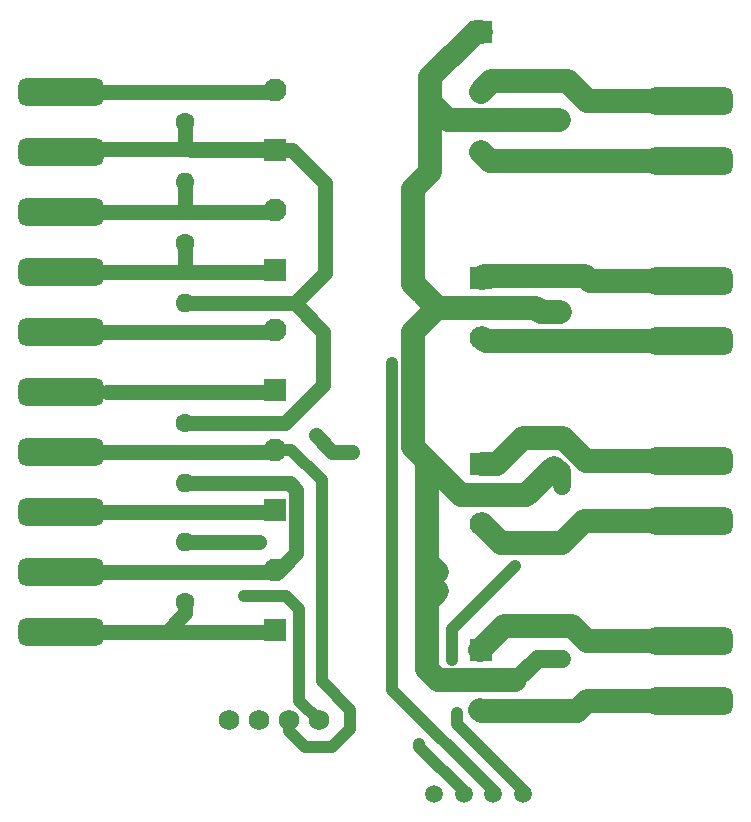
<source format=gbr>
%TF.GenerationSoftware,KiCad,Pcbnew,7.0.10*%
%TF.CreationDate,2024-07-21T07:40:16-04:00*%
%TF.ProjectId,12.1.1 - PLC Connector.kicad_pcb_appended,31322e31-2e31-4202-9d20-504c4320436f,rev?*%
%TF.SameCoordinates,Original*%
%TF.FileFunction,Copper,L2,Bot*%
%TF.FilePolarity,Positive*%
%FSLAX46Y46*%
G04 Gerber Fmt 4.6, Leading zero omitted, Abs format (unit mm)*
G04 Created by KiCad (PCBNEW 7.0.10) date 2024-07-21 07:40:16*
%MOMM*%
%LPD*%
G01*
G04 APERTURE LIST*
G04 Aperture macros list*
%AMRoundRect*
0 Rectangle with rounded corners*
0 $1 Rounding radius*
0 $2 $3 $4 $5 $6 $7 $8 $9 X,Y pos of 4 corners*
0 Add a 4 corners polygon primitive as box body*
4,1,4,$2,$3,$4,$5,$6,$7,$8,$9,$2,$3,0*
0 Add four circle primitives for the rounded corners*
1,1,$1+$1,$2,$3*
1,1,$1+$1,$4,$5*
1,1,$1+$1,$6,$7*
1,1,$1+$1,$8,$9*
0 Add four rect primitives between the rounded corners*
20,1,$1+$1,$2,$3,$4,$5,0*
20,1,$1+$1,$4,$5,$6,$7,0*
20,1,$1+$1,$6,$7,$8,$9,0*
20,1,$1+$1,$8,$9,$2,$3,0*%
G04 Aperture macros list end*
%TA.AperFunction,SMDPad,CuDef*%
%ADD10RoundRect,0.572500X-3.045750X-0.572500X3.045750X-0.572500X3.045750X0.572500X-3.045750X0.572500X0*%
%TD*%
%TA.AperFunction,ComponentPad*%
%ADD11R,1.950000X1.950000*%
%TD*%
%TA.AperFunction,ComponentPad*%
%ADD12C,1.950000*%
%TD*%
%TA.AperFunction,ComponentPad*%
%ADD13C,1.600000*%
%TD*%
%TA.AperFunction,ComponentPad*%
%ADD14O,1.600000X1.600000*%
%TD*%
%TA.AperFunction,ComponentPad*%
%ADD15C,1.752600*%
%TD*%
%TA.AperFunction,SMDPad,CuDef*%
%ADD16RoundRect,0.572500X3.045750X0.572500X-3.045750X0.572500X-3.045750X-0.572500X3.045750X-0.572500X0*%
%TD*%
%TA.AperFunction,ComponentPad*%
%ADD17C,1.498600*%
%TD*%
%TA.AperFunction,ViaPad*%
%ADD18C,0.800000*%
%TD*%
%TA.AperFunction,Conductor*%
%ADD19C,1.270000*%
%TD*%
%TA.AperFunction,Conductor*%
%ADD20C,1.016000*%
%TD*%
%TA.AperFunction,Conductor*%
%ADD21C,2.000000*%
%TD*%
%TA.AperFunction,Conductor*%
%ADD22C,1.500000*%
%TD*%
%TA.AperFunction,Conductor*%
%ADD23C,1.999996*%
%TD*%
G04 APERTURE END LIST*
D10*
%TO.P,J108,1,Pin_1*%
%TO.N,Net-(J108-Pin_1)*%
X135135726Y-97805761D03*
%TD*%
D11*
%TO.P,J124,1,1*%
%TO.N,Net-(J106-Pin_1)*%
X153289000Y-107823000D03*
D12*
%TO.P,J124,2,2*%
%TO.N,Net-(J107-Pin_1)*%
X153289000Y-102743000D03*
%TD*%
D10*
%TO.P,J112,1,Pin_1*%
%TO.N,Net-(J104-Pin_1)*%
X135144119Y-118119473D03*
%TD*%
%TO.P,J105,1,Pin_1*%
%TO.N,Net-(J105-Pin_1)*%
X135135726Y-113041084D03*
%TD*%
%TO.P,J102,1,Pin_1*%
%TO.N,Net-(J102-Pin_1)*%
X135135726Y-128276415D03*
%TD*%
%TO.P,J101,1,Pin_1*%
%TO.N,M*%
X135157097Y-87647303D03*
%TD*%
%TO.P,J109,1,Pin_1*%
%TO.N,Net-(J109-Pin_1)*%
X135135726Y-92727320D03*
%TD*%
D13*
%TO.P,R104,1*%
%TO.N,M*%
X145669000Y-85140000D03*
D14*
%TO.P,R104,2*%
%TO.N,Net-(J109-Pin_1)*%
X145669000Y-90220000D03*
%TD*%
D11*
%TO.P,J122,1,1*%
%TO.N,Net-(J104-Pin_1)*%
X153289000Y-117983000D03*
D12*
%TO.P,J122,2,2*%
%TO.N,Net-(J105-Pin_1)*%
X153289000Y-112903000D03*
%TD*%
D10*
%TO.P,J103,1,Pin_1*%
%TO.N,Net-(J103-Pin_1)*%
X135135726Y-123197966D03*
%TD*%
D13*
%TO.P,R101,1*%
%TO.N,Net-(J102-Pin_1)*%
X145669000Y-125730000D03*
D14*
%TO.P,R101,2*%
%TO.N,M*%
X145669000Y-120650000D03*
%TD*%
D15*
%TO.P,J126,1,1*%
%TO.N,Net-(J107-Pin_1)*%
X149352000Y-135763000D03*
%TO.P,J126,2,2*%
%TO.N,Net-(J106-Pin_1)*%
X151892000Y-135763000D03*
%TO.P,J126,3,3*%
%TO.N,Net-(J105-Pin_1)*%
X154432000Y-135763000D03*
%TO.P,J126,4,4*%
%TO.N,Net-(J104-Pin_1)*%
X156972000Y-135763000D03*
%TD*%
D13*
%TO.P,R102,1*%
%TO.N,M*%
X145669000Y-110617000D03*
D14*
%TO.P,R102,2*%
%TO.N,Net-(J103-Pin_1)*%
X145669000Y-115697000D03*
%TD*%
D13*
%TO.P,R103,1*%
%TO.N,Net-(J108-Pin_1)*%
X145669000Y-95377000D03*
D14*
%TO.P,R103,2*%
%TO.N,M*%
X145669000Y-100457000D03*
%TD*%
D11*
%TO.P,J125,1,1*%
%TO.N,Net-(J108-Pin_1)*%
X153289000Y-97663000D03*
D12*
%TO.P,J125,2,2*%
%TO.N,Net-(J109-Pin_1)*%
X153289000Y-92583000D03*
%TD*%
D11*
%TO.P,J123,1,1*%
%TO.N,M*%
X153289000Y-87503000D03*
D12*
%TO.P,J123,2,2*%
%TO.N,Net-(J119-Pin_1)*%
X153289000Y-82423000D03*
%TD*%
D10*
%TO.P,J107,1,Pin_1*%
%TO.N,Net-(J107-Pin_1)*%
X135136410Y-102876694D03*
%TD*%
D11*
%TO.P,J118,1,1*%
%TO.N,Net-(J102-Pin_1)*%
X153289000Y-128143000D03*
D12*
%TO.P,J118,2,2*%
%TO.N,Net-(J103-Pin_1)*%
X153289000Y-123063000D03*
%TD*%
D10*
%TO.P,J114,1,Pin_1*%
%TO.N,Net-(J106-Pin_1)*%
X135154390Y-107967303D03*
%TD*%
D16*
%TO.P,J119,1,Pin_1*%
%TO.N,Net-(J119-Pin_1)*%
X135132736Y-82570977D03*
%TD*%
D11*
%TO.P,J118,1,1*%
%TO.N,Net-(J105-Pin_1)*%
X170710225Y-98298462D03*
D12*
%TO.P,J118,2,2*%
%TO.N,Net-(J106-Pin_1)*%
X170710225Y-103378462D03*
%TD*%
D11*
%TO.P,J120,1,1*%
%TO.N,Net-(J113-Pin_1)*%
X170710225Y-114046462D03*
D12*
%TO.P,J120,2,2*%
%TO.N,Net-(J114-Pin_1)*%
X170710225Y-119126462D03*
%TD*%
D11*
%TO.P,J117,1,1*%
%TO.N,GNDPWR*%
X170710225Y-77470462D03*
D12*
%TO.P,J117,2,2*%
%TO.N,Net-(J103-Pin_1)*%
X170710225Y-82550462D03*
%TO.P,J117,3,3*%
%TO.N,Net-(J104-Pin_1)*%
X170710225Y-87630462D03*
%TD*%
D11*
%TO.P,J119,1,1*%
%TO.N,Net-(J101-Pin_1)*%
X170710225Y-129794462D03*
D12*
%TO.P,J119,2,2*%
%TO.N,Net-(J102-Pin_1)*%
X170710225Y-134874462D03*
%TD*%
D17*
%TO.P,J122,1,1*%
%TO.N,Net-(J104-Pin_1)*%
X174266225Y-141986462D03*
%TO.P,J122,2,2*%
%TO.N,Net-(J106-Pin_1)*%
X171766225Y-141986462D03*
%TO.P,J122,3,3*%
%TO.N,Net-(J114-Pin_1)*%
X169266225Y-141986462D03*
%TO.P,J122,4,4*%
%TO.N,Net-(J102-Pin_1)*%
X166766225Y-141986462D03*
%TD*%
D10*
%TO.P,J104,1,Pin_1*%
%TO.N,Net-(J104-Pin_1)*%
X188427725Y-88391550D03*
%TD*%
%TO.P,J112,1,Pin_1*%
%TO.N,Net-(J106-Pin_1)*%
X188447999Y-103648104D03*
%TD*%
%TO.P,J102,1,Pin_1*%
%TO.N,Net-(J102-Pin_1)*%
X188419114Y-134116506D03*
%TD*%
%TO.P,J116,1,Pin_1*%
%TO.N,Net-(J114-Pin_1)*%
X188440469Y-118878540D03*
%TD*%
%TO.P,J103,1,Pin_1*%
%TO.N,Net-(J103-Pin_1)*%
X188433762Y-83317523D03*
%TD*%
%TO.P,J111,1,Pin_1*%
%TO.N,Net-(J105-Pin_1)*%
X188434972Y-98565054D03*
%TD*%
%TO.P,J107,1,Pin_1*%
%TO.N,Net-(J101-Pin_1)*%
X188445251Y-129045356D03*
%TD*%
%TO.P,J113,1,Pin_1*%
%TO.N,Net-(J113-Pin_1)*%
X188455684Y-113802003D03*
%TD*%
D18*
%TO.N,Net-(J102-Pin_1)*%
X143129000Y-128270000D03*
X140335000Y-128270000D03*
X141732000Y-128270000D03*
%TO.N,Net-(J103-Pin_1)*%
X140335000Y-123190000D03*
X143256000Y-123190000D03*
X141732000Y-123190000D03*
%TO.N,Net-(J104-Pin_1)*%
X143637000Y-118110000D03*
X140335000Y-118110000D03*
X150621900Y-125222000D03*
X142113000Y-118110000D03*
%TO.N,Net-(J105-Pin_1)*%
X142113000Y-113030000D03*
X140462000Y-113030000D03*
X143637000Y-113030000D03*
%TO.N,Net-(J106-Pin_1)*%
X156718004Y-111633000D03*
X140716000Y-107950000D03*
X159766000Y-113030000D03*
X143891000Y-107950000D03*
X142367000Y-107950000D03*
%TO.N,Net-(J107-Pin_1)*%
X140716000Y-102870000D03*
X142493998Y-102870000D03*
X144145000Y-102870000D03*
%TO.N,Net-(J108-Pin_1)*%
X142240000Y-97790000D03*
X143891000Y-97790000D03*
X140716000Y-97790000D03*
%TO.N,Net-(J109-Pin_1)*%
X144145000Y-92710000D03*
X140589000Y-92710000D03*
X142367000Y-92710000D03*
%TO.N,M*%
X153289000Y-110617000D03*
X143637000Y-87376000D03*
X150876002Y-120650000D03*
X140208000Y-87376000D03*
X152146000Y-110617000D03*
X141859000Y-87376000D03*
X151892000Y-120650000D03*
%TO.N,Net-(J102-Pin_1)*%
X180292000Y-134130237D03*
X182014447Y-134130240D03*
X183444448Y-134130239D03*
%TO.N,Net-(J103-Pin_1)*%
X181598225Y-83316462D03*
X180408225Y-83286462D03*
X183008225Y-83316462D03*
%TO.N,Net-(J104-Pin_1)*%
X182908225Y-88386462D03*
X173633225Y-122680462D03*
X168297225Y-130638462D03*
X180378225Y-88397301D03*
X181598225Y-88406462D03*
X168672027Y-135122264D03*
%TO.N,Net-(J105-Pin_1)*%
X182788225Y-98566462D03*
X180378225Y-98576462D03*
X181548225Y-98546462D03*
%TO.N,Net-(J101-Pin_1)*%
X180578225Y-129046398D03*
X183146523Y-129048036D03*
X181811808Y-129064514D03*
%TO.N,GNDPWR*%
X169059225Y-78740462D03*
X175155225Y-84963462D03*
X168297225Y-79502462D03*
X166961231Y-123256468D03*
X177488225Y-84996462D03*
X166011225Y-89916462D03*
X165122225Y-90678462D03*
X164995225Y-91821462D03*
X177441225Y-101219462D03*
X164995225Y-109220462D03*
X177695215Y-115455962D03*
X177488225Y-130566462D03*
X177278225Y-114396462D03*
X175790225Y-101219462D03*
X164995225Y-110617462D03*
X175536225Y-130556462D03*
X167022225Y-124841462D03*
%TO.N,Net-(J106-Pin_1)*%
X180278225Y-103676462D03*
X163217225Y-105537462D03*
X182618225Y-103676462D03*
X181438225Y-103676462D03*
%TO.N,Net-(J114-Pin_1)*%
X180178225Y-118896555D03*
X165503225Y-137795462D03*
X181478225Y-118876462D03*
X182898225Y-118846462D03*
%TO.N,Net-(J113-Pin_1)*%
X180178225Y-113876462D03*
X183048225Y-113856462D03*
X181618225Y-113876462D03*
%TD*%
D19*
%TO.N,Net-(J102-Pin_1)*%
X145669000Y-126719949D02*
X144118953Y-128269996D01*
X141732000Y-128270000D02*
X143129000Y-128270000D01*
X135142141Y-128270000D02*
X140335000Y-128270000D01*
X153162000Y-128270000D02*
X153289000Y-128143000D01*
X140335000Y-128270000D02*
X141732000Y-128270000D01*
X143129000Y-128270000D02*
X153162000Y-128270000D01*
X135142145Y-128269996D02*
X135142141Y-128270000D01*
X144118953Y-128269996D02*
X135142145Y-128269996D01*
X145669000Y-125730000D02*
X145669000Y-126719949D01*
%TO.N,Net-(J103-Pin_1)*%
X145669000Y-115697000D02*
X154534289Y-115697000D01*
X155099000Y-121639712D02*
X153548712Y-123190000D01*
X155099000Y-116261711D02*
X155099000Y-121639712D01*
X135143692Y-123190000D02*
X135135726Y-123197966D01*
X140335000Y-123190000D02*
X135143692Y-123190000D01*
X143256000Y-123190000D02*
X141732000Y-123190000D01*
X141732000Y-123190000D02*
X140335000Y-123190000D01*
X153548712Y-123190000D02*
X143256000Y-123190000D01*
X154534289Y-115697000D02*
X155099000Y-116261711D01*
%TO.N,Net-(J104-Pin_1)*%
X142113000Y-118110000D02*
X140335000Y-118110000D01*
X140335000Y-118110000D02*
X135153592Y-118110000D01*
D20*
X150621900Y-125222000D02*
X154178000Y-125222000D01*
D19*
X143637000Y-118110000D02*
X142113000Y-118110000D01*
X153162000Y-118110000D02*
X143637000Y-118110000D01*
D20*
X154178000Y-125222000D02*
X155321000Y-126365000D01*
X155321000Y-134112000D02*
X156972000Y-135763000D01*
X155321000Y-126365000D02*
X155321000Y-134112000D01*
D19*
X153289000Y-117983000D02*
X153162000Y-118110000D01*
X135153592Y-118110000D02*
X135144119Y-118119473D01*
%TO.N,Net-(J105-Pin_1)*%
X142113000Y-113030000D02*
X140462000Y-113030000D01*
D20*
X157226000Y-132461000D02*
X157226000Y-115461142D01*
X158115000Y-138049000D02*
X159639000Y-136525000D01*
X159639000Y-136525000D02*
X159639000Y-134874000D01*
D19*
X153289000Y-112903000D02*
X153162000Y-113030000D01*
D20*
X154432000Y-135763000D02*
X154432000Y-136652000D01*
X159639000Y-134874000D02*
X157226000Y-132461000D01*
X157226000Y-115461142D02*
X154667858Y-112903000D01*
D19*
X143637000Y-113030000D02*
X142113000Y-113030000D01*
X153162000Y-113030000D02*
X143637000Y-113030000D01*
X140462000Y-113030000D02*
X135146810Y-113030000D01*
D20*
X155829000Y-138049000D02*
X158115000Y-138049000D01*
X154667858Y-112903000D02*
X153289000Y-112903000D01*
X154432000Y-136652000D02*
X155829000Y-138049000D01*
D19*
X135146810Y-113030000D02*
X135135726Y-113041084D01*
%TO.N,Net-(J106-Pin_1)*%
X153289000Y-107823000D02*
X153162000Y-107950000D01*
X158115004Y-113030000D02*
X156718004Y-111633000D01*
X153162000Y-107950000D02*
X143891000Y-107950000D01*
X159766000Y-113030000D02*
X158115004Y-113030000D01*
X140716000Y-107950000D02*
X139077000Y-107950000D01*
X143891000Y-107950000D02*
X142367000Y-107950000D01*
X142367000Y-107950000D02*
X140716000Y-107950000D01*
%TO.N,Net-(J107-Pin_1)*%
X142493998Y-102870000D02*
X140716000Y-102870000D01*
X135137499Y-102877783D02*
X139700000Y-102877783D01*
X153162000Y-102870000D02*
X144145000Y-102870000D01*
X153289000Y-102743000D02*
X153162000Y-102870000D01*
X140709306Y-102876694D02*
X140716000Y-102870000D01*
X144145000Y-102870000D02*
X142493998Y-102870000D01*
X135136410Y-102876694D02*
X140709306Y-102876694D01*
X135136410Y-102876694D02*
X135137499Y-102877783D01*
%TO.N,Net-(J108-Pin_1)*%
X143891000Y-97790000D02*
X153162000Y-97790000D01*
X153162000Y-97790000D02*
X153289000Y-97663000D01*
X145669000Y-95377000D02*
X145669000Y-97790000D01*
X140716000Y-97790000D02*
X140725342Y-97799342D01*
X140725342Y-97799342D02*
X142230658Y-97799342D01*
X145669000Y-97790000D02*
X142240000Y-97790000D01*
X135135726Y-97805761D02*
X135151487Y-97790000D01*
X142230658Y-97799342D02*
X142240000Y-97790000D01*
X135151487Y-97790000D02*
X143891000Y-97790000D01*
%TO.N,Net-(J109-Pin_1)*%
X135142145Y-92720901D02*
X135153046Y-92710000D01*
X140589000Y-92710000D02*
X142367000Y-92710000D01*
X145669000Y-92710000D02*
X145658099Y-92720901D01*
X142367000Y-92710000D02*
X144145000Y-92710000D01*
X135153046Y-92710000D02*
X140589000Y-92710000D01*
X144145000Y-92710000D02*
X153162000Y-92710000D01*
X145669000Y-90220000D02*
X145669000Y-92710000D01*
X153162000Y-92710000D02*
X153289000Y-92583000D01*
X145658099Y-92720901D02*
X135142145Y-92720901D01*
%TO.N,Net-(J119-Pin_1)*%
X153289000Y-82423000D02*
X153162000Y-82550000D01*
X135153713Y-82550000D02*
X135132736Y-82570977D01*
X153162000Y-82550000D02*
X135153713Y-82550000D01*
%TO.N,M*%
X145669000Y-85140000D02*
X145669000Y-86995000D01*
X153289000Y-110617000D02*
X153659000Y-110617000D01*
X157353000Y-107379000D02*
X157353000Y-102870000D01*
X157353000Y-102870000D02*
X154940000Y-100457000D01*
X157480000Y-97917000D02*
X154940000Y-100457000D01*
X152146000Y-110617000D02*
X153289000Y-110617000D01*
X152146000Y-110617000D02*
X154115000Y-110617000D01*
X157480000Y-90297000D02*
X157480000Y-97917000D01*
X145669000Y-120650000D02*
X150876002Y-120650000D01*
X145669000Y-86995000D02*
X146177000Y-87503000D01*
X141859000Y-87376000D02*
X140208000Y-87376000D01*
X154686000Y-87503000D02*
X157480000Y-90297000D01*
X154115000Y-110617000D02*
X157353000Y-107379000D01*
X153162000Y-87376000D02*
X153289000Y-87503000D01*
X140208000Y-87376000D02*
X135428400Y-87376000D01*
X143637000Y-87376000D02*
X141859000Y-87376000D01*
X135428400Y-87376000D02*
X135157097Y-87647303D01*
X153289000Y-87503000D02*
X154686000Y-87503000D01*
X143637000Y-87376000D02*
X153162000Y-87376000D01*
X146177000Y-87503000D02*
X153289000Y-87503000D01*
X151892000Y-120650000D02*
X150876002Y-120650000D01*
X154940000Y-100457000D02*
X145669000Y-100457000D01*
X145669000Y-110617000D02*
X152146000Y-110617000D01*
D21*
%TO.N,Net-(J102-Pin_1)*%
X188452665Y-134130233D02*
X179716214Y-134130233D01*
X178844985Y-135001462D02*
X170770559Y-135001462D01*
X170770559Y-135001462D02*
X170643559Y-134874462D01*
X179716214Y-134130233D02*
X178844985Y-135001462D01*
%TO.N,Net-(J103-Pin_1)*%
X183016359Y-83324596D02*
X183008225Y-83316462D01*
X179722403Y-83316462D02*
X178067403Y-81661462D01*
X183008225Y-83316462D02*
X183000091Y-83324596D01*
X183000091Y-83324596D02*
X181606359Y-83324596D01*
X188466108Y-83324596D02*
X183016359Y-83324596D01*
X178067403Y-81661462D02*
X171599225Y-81661462D01*
X171599225Y-81661462D02*
X170710225Y-82550462D01*
X181606359Y-83324596D02*
X181598225Y-83316462D01*
X181598225Y-83316462D02*
X179722403Y-83316462D01*
D20*
%TO.N,Net-(J104-Pin_1)*%
X168672027Y-136100164D02*
X168672027Y-135122264D01*
D21*
X180378225Y-88397301D02*
X171477064Y-88397301D01*
D20*
X174431325Y-141859462D02*
X168672027Y-136100164D01*
D21*
X171477064Y-88397301D02*
X170710225Y-87630462D01*
D20*
X168297225Y-128016462D02*
X168297225Y-130638462D01*
X173633225Y-122680462D02*
X168297225Y-128016462D01*
D21*
X188432020Y-88397301D02*
X180378225Y-88397301D01*
%TO.N,Net-(J105-Pin_1)*%
X170970557Y-98171462D02*
X179548166Y-98171462D01*
X179548166Y-98171462D02*
X179953166Y-98576462D01*
X170843557Y-98298462D02*
X170970557Y-98171462D01*
X179953166Y-98576462D02*
X188278225Y-98576462D01*
%TO.N,Net-(J101-Pin_1)*%
X178448403Y-127762462D02*
X172675559Y-127762462D01*
X180578225Y-129046398D02*
X179732339Y-129046398D01*
X172675559Y-127762462D02*
X170643559Y-129794462D01*
X188462253Y-129046398D02*
X180578225Y-129046398D01*
X179732339Y-129046398D02*
X178448403Y-127762462D01*
%TO.N,GNDPWR*%
X168297225Y-79502462D02*
X168170225Y-79502462D01*
D22*
X177568225Y-130556462D02*
X175536225Y-130556462D01*
D21*
X167027225Y-100838462D02*
X165828725Y-99639962D01*
X175152225Y-84966462D02*
X175155226Y-84963461D01*
D23*
X166133225Y-122428462D02*
X166961231Y-123256468D01*
D21*
X166133225Y-122428462D02*
X166133225Y-113787462D01*
X175409225Y-100838462D02*
X167027225Y-100838462D01*
X168170225Y-79502462D02*
X166392224Y-81280463D01*
X170710225Y-77470462D02*
X170329225Y-77470462D01*
X164995225Y-102870462D02*
X164995225Y-112649462D01*
X167027225Y-100838462D02*
X164995225Y-102870462D01*
X164995225Y-98806462D02*
X164995225Y-91821462D01*
X170329225Y-77470462D02*
X168297225Y-79502462D01*
D22*
X176868227Y-114396462D02*
X176868226Y-114396461D01*
D21*
X167086748Y-132396462D02*
X166133225Y-131442939D01*
X174551225Y-116713462D02*
X176868226Y-114396461D01*
X173566225Y-132396462D02*
X167086748Y-132396462D01*
X166392224Y-83426461D02*
X167932225Y-84966462D01*
X166408225Y-83442462D02*
X166392224Y-83426461D01*
X166408225Y-89392462D02*
X166408225Y-83442462D01*
X177441225Y-101219462D02*
X175790225Y-101219462D01*
D23*
X166133225Y-125730462D02*
X167022225Y-124841462D01*
D21*
X166133225Y-113787462D02*
X165828725Y-113482962D01*
X164995225Y-112649462D02*
X165828725Y-113482962D01*
X165828725Y-99639962D02*
X164995225Y-98806462D01*
D20*
X175155225Y-84963462D02*
X175155226Y-84963461D01*
D22*
X177278225Y-114396462D02*
X176868227Y-114396462D01*
D21*
X167932225Y-84966462D02*
X175152225Y-84966462D01*
X164995225Y-90805462D02*
X166408225Y-89392462D01*
X166133225Y-125730462D02*
X166133225Y-122428462D01*
X175790225Y-101219462D02*
X175409225Y-100838462D01*
D22*
X175536225Y-130556462D02*
X173631225Y-132461462D01*
D21*
X169059225Y-116713462D02*
X174551225Y-116713462D01*
X166392224Y-81280463D02*
X166392224Y-83426461D01*
X164995225Y-91821462D02*
X164995225Y-90805462D01*
D22*
X177598225Y-114716462D02*
X177278225Y-114396462D01*
X177598225Y-115906462D02*
X177598225Y-114716462D01*
D21*
X165828725Y-113482962D02*
X169059225Y-116713462D01*
X166133225Y-131442939D02*
X166133225Y-125730462D01*
X177314225Y-84963462D02*
X175155225Y-84963462D01*
%TO.N,Net-(J106-Pin_1)*%
X180278225Y-103676462D02*
X171141557Y-103676462D01*
X188378225Y-103676462D02*
X180278225Y-103676462D01*
D20*
X163217225Y-133185362D02*
X163217225Y-105537462D01*
X171891325Y-141859462D02*
X163217225Y-133185362D01*
D21*
X171141557Y-103676462D02*
X170843557Y-103378462D01*
%TO.N,Net-(J114-Pin_1)*%
X177556765Y-120788462D02*
X172438891Y-120788462D01*
X179448672Y-118896555D02*
X177556765Y-120788462D01*
X172438891Y-120788462D02*
X170776891Y-119126462D01*
X180178225Y-118896555D02*
X179448672Y-118896555D01*
X188447850Y-118896555D02*
X180178225Y-118896555D01*
D20*
X165503225Y-138011362D02*
X165503225Y-137795462D01*
X169351325Y-141859462D02*
X165503225Y-138011362D01*
D21*
%TO.N,Net-(J113-Pin_1)*%
X188467288Y-113833918D02*
X179577499Y-113833918D01*
X174264225Y-111887462D02*
X172105225Y-114046462D01*
X179577499Y-113833918D02*
X177631043Y-111887462D01*
X177631043Y-111887462D02*
X174264225Y-111887462D01*
X172105225Y-114046462D02*
X170776891Y-114046462D01*
%TD*%
M02*

</source>
